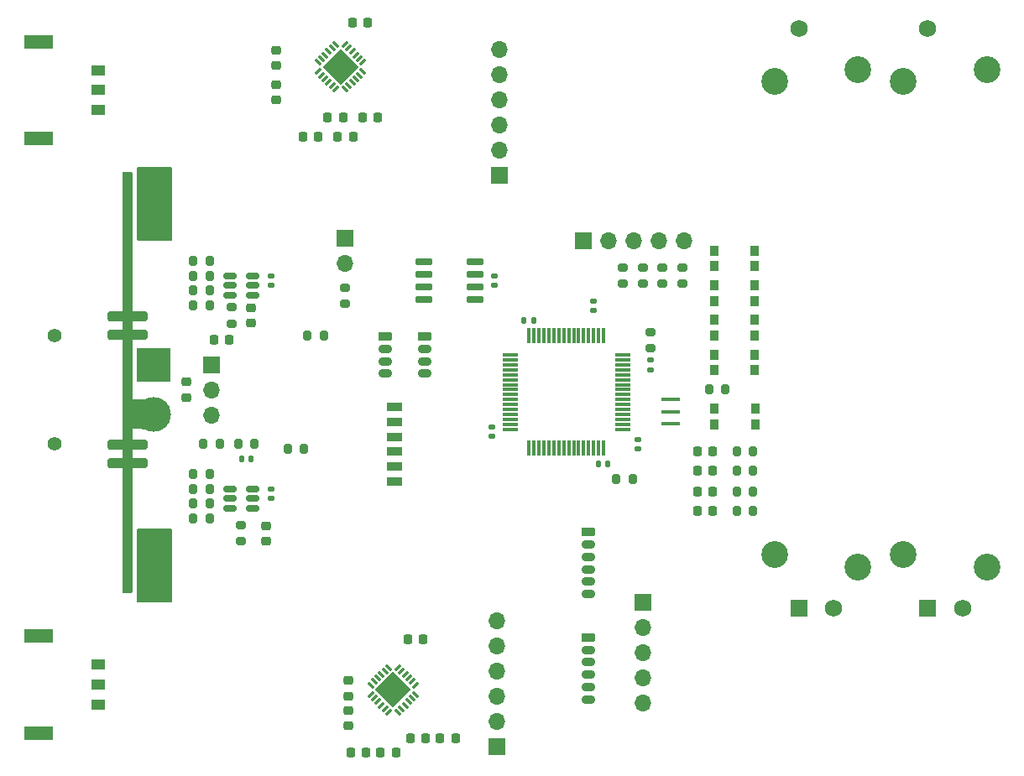
<source format=gbr>
%TF.GenerationSoftware,KiCad,Pcbnew,(6.0.5)*%
%TF.CreationDate,2022-08-05T23:54:08+09:00*%
%TF.ProjectId,ORION_VV_driver_v1,4f52494f-4e5f-4565-965f-647269766572,rev?*%
%TF.SameCoordinates,Original*%
%TF.FileFunction,Soldermask,Top*%
%TF.FilePolarity,Negative*%
%FSLAX46Y46*%
G04 Gerber Fmt 4.6, Leading zero omitted, Abs format (unit mm)*
G04 Created by KiCad (PCBNEW (6.0.5)) date 2022-08-05 23:54:08*
%MOMM*%
%LPD*%
G01*
G04 APERTURE LIST*
G04 Aperture macros list*
%AMRoundRect*
0 Rectangle with rounded corners*
0 $1 Rounding radius*
0 $2 $3 $4 $5 $6 $7 $8 $9 X,Y pos of 4 corners*
0 Add a 4 corners polygon primitive as box body*
4,1,4,$2,$3,$4,$5,$6,$7,$8,$9,$2,$3,0*
0 Add four circle primitives for the rounded corners*
1,1,$1+$1,$2,$3*
1,1,$1+$1,$4,$5*
1,1,$1+$1,$6,$7*
1,1,$1+$1,$8,$9*
0 Add four rect primitives between the rounded corners*
20,1,$1+$1,$2,$3,$4,$5,0*
20,1,$1+$1,$4,$5,$6,$7,0*
20,1,$1+$1,$6,$7,$8,$9,0*
20,1,$1+$1,$8,$9,$2,$3,0*%
%AMRotRect*
0 Rectangle, with rotation*
0 The origin of the aperture is its center*
0 $1 length*
0 $2 width*
0 $3 Rotation angle, in degrees counterclockwise*
0 Add horizontal line*
21,1,$1,$2,0,0,$3*%
G04 Aperture macros list end*
%ADD10RoundRect,0.140000X-0.170000X0.140000X-0.170000X-0.140000X0.170000X-0.140000X0.170000X0.140000X0*%
%ADD11RoundRect,0.200000X-0.275000X0.200000X-0.275000X-0.200000X0.275000X-0.200000X0.275000X0.200000X0*%
%ADD12RoundRect,0.225000X-0.475000X0.225000X-0.475000X-0.225000X0.475000X-0.225000X0.475000X0.225000X0*%
%ADD13O,1.400000X0.900000*%
%ADD14RoundRect,0.200000X-0.200000X-0.275000X0.200000X-0.275000X0.200000X0.275000X-0.200000X0.275000X0*%
%ADD15RoundRect,0.225000X-0.250000X0.225000X-0.250000X-0.225000X0.250000X-0.225000X0.250000X0.225000X0*%
%ADD16RoundRect,0.200000X0.200000X0.275000X-0.200000X0.275000X-0.200000X-0.275000X0.200000X-0.275000X0*%
%ADD17RoundRect,0.200000X0.275000X-0.200000X0.275000X0.200000X-0.275000X0.200000X-0.275000X-0.200000X0*%
%ADD18RoundRect,0.218750X0.218750X0.256250X-0.218750X0.256250X-0.218750X-0.256250X0.218750X-0.256250X0*%
%ADD19RoundRect,0.225000X-0.225000X-0.250000X0.225000X-0.250000X0.225000X0.250000X-0.225000X0.250000X0*%
%ADD20R,0.900000X1.000000*%
%ADD21R,1.750000X1.750000*%
%ADD22C,1.750000*%
%ADD23C,2.700000*%
%ADD24R,1.700000X1.700000*%
%ADD25O,1.700000X1.700000*%
%ADD26RoundRect,0.250000X1.775000X-0.262500X1.775000X0.262500X-1.775000X0.262500X-1.775000X-0.262500X0*%
%ADD27RoundRect,0.140000X0.140000X0.170000X-0.140000X0.170000X-0.140000X-0.170000X0.140000X-0.170000X0*%
%ADD28RoundRect,0.140000X0.170000X-0.140000X0.170000X0.140000X-0.170000X0.140000X-0.170000X-0.140000X0*%
%ADD29RoundRect,0.150000X0.725000X0.150000X-0.725000X0.150000X-0.725000X-0.150000X0.725000X-0.150000X0*%
%ADD30RoundRect,0.218750X-0.218750X-0.256250X0.218750X-0.256250X0.218750X0.256250X-0.218750X0.256250X0*%
%ADD31RoundRect,0.218750X-0.256250X0.218750X-0.256250X-0.218750X0.256250X-0.218750X0.256250X0.218750X0*%
%ADD32R,1.450000X1.100000*%
%ADD33R,2.899999X1.350000*%
%ADD34RoundRect,0.062500X0.203293X0.291682X-0.291682X-0.203293X-0.203293X-0.291682X0.291682X0.203293X0*%
%ADD35RoundRect,0.062500X-0.203293X0.291682X-0.291682X0.203293X0.203293X-0.291682X0.291682X-0.203293X0*%
%ADD36RotRect,2.600000X2.600000X225.000000*%
%ADD37RoundRect,0.150000X0.512500X0.150000X-0.512500X0.150000X-0.512500X-0.150000X0.512500X-0.150000X0*%
%ADD38C,1.400000*%
%ADD39R,3.500000X3.500000*%
%ADD40C,3.500000*%
%ADD41RoundRect,0.140000X-0.140000X-0.170000X0.140000X-0.170000X0.140000X0.170000X-0.140000X0.170000X0*%
%ADD42R,1.900000X0.400000*%
%ADD43RoundRect,0.250000X-1.775000X0.262500X-1.775000X-0.262500X1.775000X-0.262500X1.775000X0.262500X0*%
%ADD44RoundRect,0.075000X0.700000X0.075000X-0.700000X0.075000X-0.700000X-0.075000X0.700000X-0.075000X0*%
%ADD45RoundRect,0.075000X0.075000X0.700000X-0.075000X0.700000X-0.075000X-0.700000X0.075000X-0.700000X0*%
%ADD46RoundRect,0.225000X-0.575000X0.225000X-0.575000X-0.225000X0.575000X-0.225000X0.575000X0.225000X0*%
G04 APERTURE END LIST*
D10*
%TO.C,C7*%
X62300201Y-68730000D03*
X62300201Y-69690000D03*
%TD*%
D11*
%TO.C,FB1*%
X78250000Y-59175000D03*
X78250000Y-60825000D03*
%TD*%
D12*
%TO.C,J2*%
X51500000Y-59625000D03*
D13*
X51500000Y-60875000D03*
X51500000Y-62125000D03*
X51500000Y-63375000D03*
%TD*%
D14*
%TO.C,R5*%
X84175000Y-65000000D03*
X85825000Y-65000000D03*
%TD*%
%TO.C,R10*%
X33175000Y-70500000D03*
X34825000Y-70500000D03*
%TD*%
D15*
%TO.C,C22*%
X40500000Y-30725000D03*
X40500000Y-32275000D03*
%TD*%
D12*
%TO.C,J6*%
X72000000Y-79375000D03*
D13*
X72000000Y-80625000D03*
X72000000Y-81875000D03*
X72000000Y-83125000D03*
X72000000Y-84375000D03*
X72000000Y-85625000D03*
%TD*%
D16*
%TO.C,R2*%
X88625201Y-73210000D03*
X86975201Y-73210000D03*
%TD*%
D17*
%TO.C,R13*%
X36000000Y-58325000D03*
X36000000Y-56675000D03*
%TD*%
D18*
%TO.C,D2*%
X84587701Y-73210000D03*
X83012701Y-73210000D03*
%TD*%
D19*
%TO.C,C21*%
X43225000Y-39500000D03*
X44775000Y-39500000D03*
%TD*%
D20*
%TO.C,SW4*%
X88800000Y-54450000D03*
X84700000Y-54450000D03*
X84700000Y-56050000D03*
X88800000Y-56050000D03*
%TD*%
D21*
%TO.C,RV1*%
X106250000Y-87020000D03*
D22*
X109750000Y-87020000D03*
X106250000Y-28520000D03*
D23*
X103800000Y-81670000D03*
X112200000Y-32670000D03*
X112200000Y-82870000D03*
X103800000Y-33870000D03*
%TD*%
D24*
%TO.C,J10*%
X77500000Y-86425000D03*
D25*
X77500000Y-88965000D03*
X77500000Y-91505000D03*
X77500000Y-94045000D03*
X77500000Y-96585000D03*
%TD*%
D14*
%TO.C,R25*%
X32175000Y-55000000D03*
X33825000Y-55000000D03*
%TD*%
D26*
%TO.C,R26*%
X25500000Y-59437500D03*
X25500000Y-57562500D03*
%TD*%
D27*
%TO.C,C16*%
X37980000Y-72000000D03*
X37020000Y-72000000D03*
%TD*%
D28*
%TO.C,C15*%
X40000000Y-75980000D03*
X40000000Y-75020000D03*
%TD*%
D20*
%TO.C,SW5*%
X88800000Y-50950000D03*
X84700000Y-50950000D03*
X84700000Y-52550000D03*
X88800000Y-52550000D03*
%TD*%
D29*
%TO.C,U3*%
X60575000Y-55905000D03*
X60575000Y-54635000D03*
X60575000Y-53365000D03*
X60575000Y-52095000D03*
X55425000Y-52095000D03*
X55425000Y-53365000D03*
X55425000Y-54635000D03*
X55425000Y-55905000D03*
%TD*%
D30*
%TO.C,D13*%
X34212500Y-60000000D03*
X35787500Y-60000000D03*
%TD*%
D31*
%TO.C,D8*%
X47825000Y-97362500D03*
X47825000Y-98937500D03*
%TD*%
D32*
%TO.C,J12*%
X22550000Y-32771500D03*
X22550000Y-34771501D03*
X22550000Y-36771500D03*
D33*
X16575001Y-29876502D03*
X16575001Y-39666498D03*
%TD*%
D30*
%TO.C,D10*%
X46712500Y-39500000D03*
X48287500Y-39500000D03*
%TD*%
D14*
%TO.C,R23*%
X32175000Y-56500000D03*
X33825000Y-56500000D03*
%TD*%
D24*
%TO.C,J14*%
X34000000Y-62475000D03*
D25*
X34000000Y-65015000D03*
X34000000Y-67555000D03*
%TD*%
D34*
%TO.C,GD2*%
X49253903Y-31933103D03*
X48900349Y-31579550D03*
X48546796Y-31225996D03*
X48193243Y-30872443D03*
X47839689Y-30518890D03*
X47486136Y-30165336D03*
D35*
X46513864Y-30165336D03*
X46160311Y-30518890D03*
X45806757Y-30872443D03*
X45453204Y-31225996D03*
X45099651Y-31579550D03*
X44746097Y-31933103D03*
D34*
X44746097Y-32905375D03*
X45099651Y-33258928D03*
X45453204Y-33612482D03*
X45806757Y-33966035D03*
X46160311Y-34319588D03*
X46513864Y-34673142D03*
D35*
X47486136Y-34673142D03*
X47839689Y-34319588D03*
X48193243Y-33966035D03*
X48546796Y-33612482D03*
X48900349Y-33258928D03*
X49253903Y-32905375D03*
D36*
X47000000Y-32419239D03*
%TD*%
D10*
%TO.C,C9*%
X72500000Y-56040000D03*
X72500000Y-57000000D03*
%TD*%
D18*
%TO.C,D1*%
X84587701Y-75250000D03*
X83012701Y-75250000D03*
%TD*%
D37*
%TO.C,U5*%
X38137500Y-76950000D03*
X38137500Y-76000000D03*
X38137500Y-75050000D03*
X35862500Y-75050000D03*
X35862500Y-76000000D03*
X35862500Y-76950000D03*
%TD*%
D27*
%TO.C,C5*%
X66480000Y-58000000D03*
X65520000Y-58000000D03*
%TD*%
D28*
%TO.C,C11*%
X78250000Y-62980000D03*
X78250000Y-62020000D03*
%TD*%
D17*
%TO.C,TH2*%
X77500000Y-54325000D03*
X77500000Y-52675000D03*
%TD*%
D38*
%TO.C,J11*%
X18175000Y-70500000D03*
X18175000Y-59500000D03*
D39*
X28175000Y-62500000D03*
D40*
X28175000Y-67500000D03*
%TD*%
D12*
%TO.C,J5*%
X72000000Y-90000000D03*
D13*
X72000000Y-91250000D03*
X72000000Y-92500000D03*
X72000000Y-93750000D03*
X72000000Y-95000000D03*
X72000000Y-96250000D03*
%TD*%
D19*
%TO.C,C12*%
X53825000Y-90150000D03*
X55375000Y-90150000D03*
%TD*%
D41*
%TO.C,C10*%
X73020000Y-72500000D03*
X73980000Y-72500000D03*
%TD*%
D30*
%TO.C,D6*%
X57037500Y-100150000D03*
X58612500Y-100150000D03*
%TD*%
D17*
%TO.C,TH1*%
X79500000Y-54325000D03*
X79500000Y-52675000D03*
%TD*%
D16*
%TO.C,R4*%
X88625201Y-77210000D03*
X86975201Y-77210000D03*
%TD*%
D20*
%TO.C,SW3*%
X84700000Y-57950000D03*
X88800000Y-57950000D03*
X84700000Y-59550000D03*
X88800000Y-59550000D03*
%TD*%
D14*
%TO.C,R24*%
X32175000Y-53500000D03*
X33825000Y-53500000D03*
%TD*%
%TO.C,R16*%
X32175000Y-73500000D03*
X33825000Y-73500000D03*
%TD*%
D16*
%TO.C,R3*%
X88625201Y-71210000D03*
X86975201Y-71210000D03*
%TD*%
D15*
%TO.C,C24*%
X38000000Y-56725000D03*
X38000000Y-58275000D03*
%TD*%
D21*
%TO.C,RV2*%
X93250000Y-87020000D03*
D22*
X96750000Y-87020000D03*
X93250000Y-28520000D03*
D23*
X99200000Y-82870000D03*
X90800000Y-33870000D03*
X90800000Y-81670000D03*
X99200000Y-32670000D03*
%TD*%
D24*
%TO.C,J1*%
X47500000Y-49725000D03*
D25*
X47500000Y-52265000D03*
%TD*%
D18*
%TO.C,D4*%
X84587701Y-77210000D03*
X83012701Y-77210000D03*
%TD*%
D20*
%TO.C,SW1*%
X88850201Y-68510000D03*
X84750201Y-68510000D03*
X84750201Y-66910000D03*
X88850201Y-66910000D03*
%TD*%
D14*
%TO.C,R19*%
X32175000Y-76500000D03*
X33825000Y-76500000D03*
%TD*%
D30*
%TO.C,D7*%
X51037500Y-101650000D03*
X52612500Y-101650000D03*
%TD*%
D14*
%TO.C,R17*%
X32175000Y-78000000D03*
X33825000Y-78000000D03*
%TD*%
D24*
%TO.C,J8*%
X63000000Y-43350000D03*
D25*
X63000000Y-40810000D03*
X63000000Y-38270000D03*
X63000000Y-35730000D03*
X63000000Y-33190000D03*
X63000000Y-30650000D03*
%TD*%
D11*
%TO.C,R15*%
X75500000Y-52675000D03*
X75500000Y-54325000D03*
%TD*%
D42*
%TO.C,Y1*%
X80300201Y-66010000D03*
X80300201Y-67210000D03*
X80300201Y-68410000D03*
%TD*%
D31*
%TO.C,D11*%
X40500000Y-34212500D03*
X40500000Y-35787500D03*
%TD*%
D19*
%TO.C,C20*%
X45725000Y-37500000D03*
X47275000Y-37500000D03*
%TD*%
D17*
%TO.C,R12*%
X37000000Y-80325000D03*
X37000000Y-78675000D03*
%TD*%
D43*
%TO.C,R20*%
X25500000Y-70562500D03*
X25500000Y-72437500D03*
%TD*%
D44*
%TO.C,U4*%
X75465201Y-69000000D03*
X75465201Y-68500000D03*
X75465201Y-68000000D03*
X75465201Y-67500000D03*
X75465201Y-67000000D03*
X75465201Y-66500000D03*
X75465201Y-66000000D03*
X75465201Y-65500000D03*
X75465201Y-65000000D03*
X75465201Y-64500000D03*
X75465201Y-64000000D03*
X75465201Y-63500000D03*
X75465201Y-63000000D03*
X75465201Y-62500000D03*
X75465201Y-62000000D03*
X75465201Y-61500000D03*
D45*
X73540201Y-59575000D03*
X73040201Y-59575000D03*
X72540201Y-59575000D03*
X72040201Y-59575000D03*
X71540201Y-59575000D03*
X71040201Y-59575000D03*
X70540201Y-59575000D03*
X70040201Y-59575000D03*
X69540201Y-59575000D03*
X69040201Y-59575000D03*
X68540201Y-59575000D03*
X68040201Y-59575000D03*
X67540201Y-59575000D03*
X67040201Y-59575000D03*
X66540201Y-59575000D03*
X66040201Y-59575000D03*
D44*
X64115201Y-61500000D03*
X64115201Y-62000000D03*
X64115201Y-62500000D03*
X64115201Y-63000000D03*
X64115201Y-63500000D03*
X64115201Y-64000000D03*
X64115201Y-64500000D03*
X64115201Y-65000000D03*
X64115201Y-65500000D03*
X64115201Y-66000000D03*
X64115201Y-66500000D03*
X64115201Y-67000000D03*
X64115201Y-67500000D03*
X64115201Y-68000000D03*
X64115201Y-68500000D03*
X64115201Y-69000000D03*
D45*
X66040201Y-70925000D03*
X66540201Y-70925000D03*
X67040201Y-70925000D03*
X67540201Y-70925000D03*
X68040201Y-70925000D03*
X68540201Y-70925000D03*
X69040201Y-70925000D03*
X69540201Y-70925000D03*
X70040201Y-70925000D03*
X70540201Y-70925000D03*
X71040201Y-70925000D03*
X71540201Y-70925000D03*
X72040201Y-70925000D03*
X72540201Y-70925000D03*
X73040201Y-70925000D03*
X73540201Y-70925000D03*
%TD*%
D14*
%TO.C,R11*%
X36675000Y-70500000D03*
X38325000Y-70500000D03*
%TD*%
D31*
%TO.C,D12*%
X31500000Y-64212500D03*
X31500000Y-65787500D03*
%TD*%
D19*
%TO.C,C13*%
X48225000Y-28000000D03*
X49775000Y-28000000D03*
%TD*%
D24*
%TO.C,J7*%
X71500000Y-50000000D03*
D25*
X74040000Y-50000000D03*
X76580000Y-50000000D03*
X79120000Y-50000000D03*
X81660000Y-50000000D03*
%TD*%
D17*
%TO.C,R6*%
X47500000Y-56325000D03*
X47500000Y-54675000D03*
%TD*%
D34*
%TO.C,GD1*%
X54578903Y-94813864D03*
X54225349Y-94460311D03*
X53871796Y-94106757D03*
X53518243Y-93753204D03*
X53164689Y-93399651D03*
X52811136Y-93046097D03*
D35*
X51838864Y-93046097D03*
X51485311Y-93399651D03*
X51131757Y-93753204D03*
X50778204Y-94106757D03*
X50424651Y-94460311D03*
X50071097Y-94813864D03*
D34*
X50071097Y-95786136D03*
X50424651Y-96139689D03*
X50778204Y-96493243D03*
X51131757Y-96846796D03*
X51485311Y-97200349D03*
X51838864Y-97553903D03*
D35*
X52811136Y-97553903D03*
X53164689Y-97200349D03*
X53518243Y-96846796D03*
X53871796Y-96493243D03*
X54225349Y-96139689D03*
X54578903Y-95786136D03*
D36*
X52325000Y-95300000D03*
%TD*%
D24*
%TO.C,J9*%
X62825000Y-101000000D03*
D25*
X62825000Y-98460000D03*
X62825000Y-95920000D03*
X62825000Y-93380000D03*
X62825000Y-90840000D03*
X62825000Y-88300000D03*
%TD*%
D16*
%TO.C,R8*%
X45325000Y-59500000D03*
X43675000Y-59500000D03*
%TD*%
D12*
%TO.C,J3*%
X55500000Y-59625000D03*
D13*
X55500000Y-60875000D03*
X55500000Y-62125000D03*
X55500000Y-63375000D03*
%TD*%
D15*
%TO.C,C19*%
X47825000Y-94375000D03*
X47825000Y-95925000D03*
%TD*%
D16*
%TO.C,R9*%
X43325000Y-71000000D03*
X41675000Y-71000000D03*
%TD*%
%TO.C,R1*%
X88625201Y-75250000D03*
X86975201Y-75250000D03*
%TD*%
D37*
%TO.C,U6*%
X38137500Y-55450000D03*
X38137500Y-54500000D03*
X38137500Y-53550000D03*
X35862500Y-53550000D03*
X35862500Y-54500000D03*
X35862500Y-55450000D03*
%TD*%
D18*
%TO.C,D3*%
X84587701Y-71210000D03*
X83012701Y-71210000D03*
%TD*%
D46*
%TO.C,J4*%
X52450000Y-66750000D03*
X52450000Y-68250000D03*
X52450000Y-69750000D03*
X52450000Y-71250000D03*
X52450000Y-72750000D03*
X52450000Y-74250000D03*
%TD*%
D28*
%TO.C,C6*%
X77000000Y-70980000D03*
X77000000Y-70020000D03*
%TD*%
%TO.C,C8*%
X62500000Y-54480000D03*
X62500000Y-53520000D03*
%TD*%
D14*
%TO.C,R18*%
X32175000Y-75000000D03*
X33825000Y-75000000D03*
%TD*%
D30*
%TO.C,D9*%
X49212500Y-37500000D03*
X50787500Y-37500000D03*
%TD*%
D11*
%TO.C,R14*%
X81500000Y-52675000D03*
X81500000Y-54325000D03*
%TD*%
D16*
%TO.C,R7*%
X76500000Y-74000000D03*
X74850000Y-74000000D03*
%TD*%
D19*
%TO.C,C18*%
X48050000Y-101650000D03*
X49600000Y-101650000D03*
%TD*%
D28*
%TO.C,C14*%
X40000000Y-54480000D03*
X40000000Y-53520000D03*
%TD*%
D14*
%TO.C,R22*%
X32175000Y-52000000D03*
X33825000Y-52000000D03*
%TD*%
D19*
%TO.C,C17*%
X54050000Y-100150000D03*
X55600000Y-100150000D03*
%TD*%
D15*
%TO.C,C23*%
X39500000Y-78725000D03*
X39500000Y-80275000D03*
%TD*%
D32*
%TO.C,J13*%
X22550000Y-92771500D03*
X22550000Y-94771501D03*
X22550000Y-96771500D03*
D33*
X16575001Y-89876502D03*
X16575001Y-99666498D03*
%TD*%
D20*
%TO.C,SW2*%
X88800000Y-61450000D03*
X84700000Y-61450000D03*
X84700000Y-63050000D03*
X88800000Y-63050000D03*
%TD*%
G36*
X29942121Y-79020002D02*
G01*
X29988614Y-79073658D01*
X30000000Y-79126000D01*
X30000000Y-86374000D01*
X29979998Y-86442121D01*
X29926342Y-86488614D01*
X29874000Y-86500000D01*
X26626000Y-86500000D01*
X26557879Y-86479998D01*
X26511386Y-86426342D01*
X26500000Y-86374000D01*
X26500000Y-79126000D01*
X26520002Y-79057879D01*
X26573658Y-79011386D01*
X26626000Y-79000000D01*
X29874000Y-79000000D01*
X29942121Y-79020002D01*
G37*
G36*
X25942121Y-43020002D02*
G01*
X25988614Y-43073658D01*
X26000000Y-43126000D01*
X26000000Y-65981885D01*
X26004475Y-65997124D01*
X26005752Y-65998231D01*
X26013687Y-65999938D01*
X27874487Y-65991573D01*
X27942697Y-66011269D01*
X27989430Y-66064715D01*
X28001048Y-66116439D01*
X28026046Y-68896629D01*
X28006657Y-68964927D01*
X27953422Y-69011900D01*
X27896912Y-69023723D01*
X26045409Y-68977588D01*
X26030062Y-68981682D01*
X26029349Y-68982465D01*
X26027274Y-68991426D01*
X26000208Y-85374208D01*
X25980093Y-85442296D01*
X25926361Y-85488700D01*
X25874208Y-85500000D01*
X25126000Y-85500000D01*
X25057879Y-85479998D01*
X25011386Y-85426342D01*
X25000000Y-85374000D01*
X25000000Y-43126000D01*
X25020002Y-43057879D01*
X25073658Y-43011386D01*
X25126000Y-43000000D01*
X25874000Y-43000000D01*
X25942121Y-43020002D01*
G37*
G36*
X29942121Y-42520002D02*
G01*
X29988614Y-42573658D01*
X30000000Y-42626000D01*
X30000000Y-49874000D01*
X29979998Y-49942121D01*
X29926342Y-49988614D01*
X29874000Y-50000000D01*
X26626000Y-50000000D01*
X26557879Y-49979998D01*
X26511386Y-49926342D01*
X26500000Y-49874000D01*
X26500000Y-42626000D01*
X26520002Y-42557879D01*
X26573658Y-42511386D01*
X26626000Y-42500000D01*
X29874000Y-42500000D01*
X29942121Y-42520002D01*
G37*
M02*

</source>
